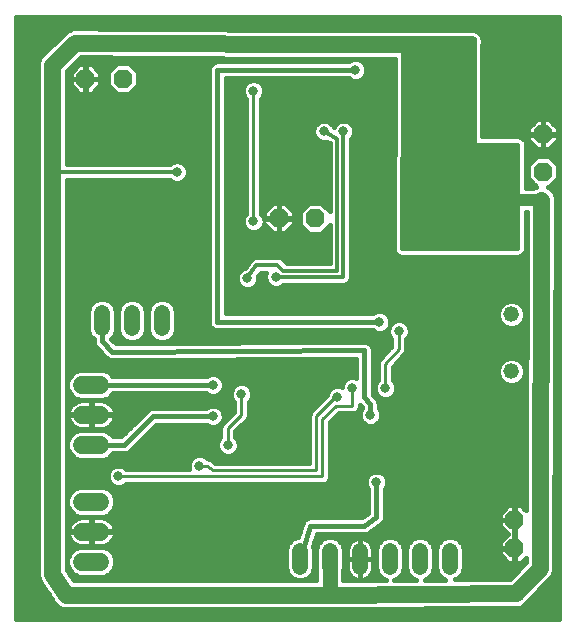
<source format=gbl>
G75*
%MOIN*%
%OFA0B0*%
%FSLAX24Y24*%
%IPPOS*%
%LPD*%
%AMOC8*
5,1,8,0,0,1.08239X$1,22.5*
%
%ADD10OC8,0.0630*%
%ADD11C,0.0520*%
%ADD12C,0.0520*%
%ADD13C,0.0600*%
%ADD14C,0.0160*%
%ADD15C,0.0317*%
%ADD16C,0.0560*%
%ADD17C,0.0120*%
%ADD18C,0.0500*%
%ADD19C,0.0320*%
%ADD20C,0.0400*%
%ADD21C,0.0100*%
D10*
X012610Y016280D03*
X013810Y016280D03*
X007410Y020930D03*
X006160Y020930D03*
X020460Y006230D03*
X020460Y005280D03*
X021410Y017830D03*
X021410Y019080D03*
D11*
X008710Y013140D02*
X008710Y012620D01*
X007710Y012620D02*
X007710Y013140D01*
X006710Y013140D02*
X006710Y012620D01*
X013310Y005190D02*
X013310Y004670D01*
X014310Y004670D02*
X014310Y005190D01*
X015310Y005190D02*
X015310Y004670D01*
X016310Y004670D02*
X016310Y005190D01*
X017310Y005190D02*
X017310Y004670D01*
X018310Y004670D02*
X018310Y005190D01*
D12*
X020360Y011180D03*
X020360Y013080D03*
D13*
X006660Y010730D02*
X006060Y010730D01*
X006060Y009730D02*
X006660Y009730D01*
X006660Y008730D02*
X006060Y008730D01*
X006060Y006830D02*
X006660Y006830D01*
X006660Y005830D02*
X006060Y005830D01*
X006060Y004830D02*
X006660Y004830D01*
D14*
X003847Y002911D02*
X003847Y022984D01*
X021951Y022984D01*
X021951Y002911D01*
X003847Y002911D01*
X003847Y002957D02*
X021951Y002957D01*
X021951Y003115D02*
X003847Y003115D01*
X003847Y003274D02*
X005350Y003274D01*
X005366Y003270D02*
X005414Y003250D01*
X005458Y003250D01*
X005501Y003241D01*
X005553Y003250D01*
X014216Y003250D01*
X014218Y003249D01*
X014311Y003250D01*
X014405Y003250D01*
X014407Y003251D01*
X020423Y003299D01*
X020429Y003297D01*
X020519Y003300D01*
X020609Y003301D01*
X020614Y003303D01*
X020619Y003303D01*
X020702Y003340D01*
X020785Y003375D01*
X020789Y003379D01*
X020794Y003381D01*
X020855Y003447D01*
X020919Y003511D01*
X020921Y003517D01*
X021653Y004295D01*
X021715Y004356D01*
X021719Y004364D01*
X021724Y004371D01*
X021755Y004452D01*
X021789Y004533D01*
X021789Y004541D01*
X021792Y004549D01*
X021790Y004636D01*
X021840Y016974D01*
X021768Y017150D01*
X021633Y017286D01*
X021563Y017315D01*
X021623Y017315D01*
X021925Y017617D01*
X021925Y018043D01*
X021623Y018345D01*
X021196Y018345D01*
X020895Y018043D01*
X020895Y017617D01*
X021184Y017327D01*
X021089Y017288D01*
X021081Y017280D01*
X020840Y017280D01*
X020840Y018786D01*
X020797Y018889D01*
X020718Y018967D01*
X020615Y019010D01*
X019390Y019010D01*
X019390Y022072D01*
X019394Y022082D01*
X019396Y022101D01*
X019402Y022119D01*
X019400Y022152D01*
X019407Y022185D01*
X019403Y022204D01*
X019404Y022222D01*
X019394Y022254D01*
X019392Y022288D01*
X019383Y022305D01*
X019380Y022323D01*
X019361Y022351D01*
X019351Y022383D01*
X019338Y022397D01*
X019330Y022414D01*
X019305Y022436D01*
X019287Y022464D01*
X019271Y022475D01*
X019259Y022489D01*
X019234Y022502D01*
X019218Y022517D01*
X019193Y022528D01*
X019170Y022543D01*
X019142Y022549D01*
X019115Y022560D01*
X019088Y022560D01*
X019061Y022565D01*
X019033Y022560D01*
X013061Y022560D01*
X008707Y022593D01*
X008705Y022594D01*
X008611Y022594D01*
X008517Y022595D01*
X008516Y022594D01*
X008005Y022595D01*
X008005Y022596D01*
X007910Y022596D01*
X007815Y022596D01*
X007814Y022596D01*
X007220Y022596D01*
X007208Y022600D01*
X005907Y022609D01*
X005905Y022610D01*
X005811Y022610D01*
X005717Y022611D01*
X003847Y022611D01*
X003847Y022769D02*
X021951Y022769D01*
X021951Y022611D02*
X005734Y022611D01*
X005717Y022611D02*
X005716Y022610D01*
X005714Y022610D01*
X005627Y022574D01*
X005540Y022539D01*
X005539Y022538D01*
X005538Y022537D01*
X005471Y022471D01*
X005404Y022405D01*
X005404Y022403D01*
X004788Y021787D01*
X004653Y021652D01*
X004580Y021475D01*
X004580Y004482D01*
X004570Y004439D01*
X004580Y004387D01*
X004580Y004335D01*
X004596Y004294D01*
X004604Y004251D01*
X004633Y004207D01*
X004653Y004158D01*
X004684Y004127D01*
X005083Y003507D01*
X005103Y003458D01*
X005134Y003427D01*
X005157Y003390D01*
X005201Y003360D01*
X005238Y003323D01*
X005278Y003306D01*
X005314Y003281D01*
X005366Y003270D01*
X005129Y003432D02*
X003847Y003432D01*
X003847Y003591D02*
X005029Y003591D01*
X004927Y003749D02*
X003847Y003749D01*
X003847Y003908D02*
X004825Y003908D01*
X004723Y004066D02*
X003847Y004066D01*
X003847Y004225D02*
X004621Y004225D01*
X004580Y004383D02*
X003847Y004383D01*
X003847Y004542D02*
X004580Y004542D01*
X004580Y004700D02*
X003847Y004700D01*
X003847Y004859D02*
X004580Y004859D01*
X004580Y005017D02*
X003847Y005017D01*
X003847Y005176D02*
X004580Y005176D01*
X004580Y005334D02*
X003847Y005334D01*
X003847Y005493D02*
X004580Y005493D01*
X004580Y005651D02*
X003847Y005651D01*
X003847Y005810D02*
X004580Y005810D01*
X004580Y005968D02*
X003847Y005968D01*
X003847Y006127D02*
X004580Y006127D01*
X004580Y006285D02*
X003847Y006285D01*
X003847Y006444D02*
X004580Y006444D01*
X004580Y006602D02*
X003847Y006602D01*
X003847Y006761D02*
X004580Y006761D01*
X004580Y006919D02*
X003847Y006919D01*
X003847Y007078D02*
X004580Y007078D01*
X004580Y007236D02*
X003847Y007236D01*
X003847Y007395D02*
X004580Y007395D01*
X004580Y007553D02*
X003847Y007553D01*
X003847Y007712D02*
X004580Y007712D01*
X004580Y007870D02*
X003847Y007870D01*
X003847Y008029D02*
X004580Y008029D01*
X004580Y008187D02*
X003847Y008187D01*
X003847Y008346D02*
X004580Y008346D01*
X004580Y008504D02*
X003847Y008504D01*
X003847Y008663D02*
X004580Y008663D01*
X004580Y008821D02*
X003847Y008821D01*
X003847Y008980D02*
X004580Y008980D01*
X004580Y009138D02*
X003847Y009138D01*
X003847Y009297D02*
X004580Y009297D01*
X004580Y009455D02*
X003847Y009455D01*
X003847Y009614D02*
X004580Y009614D01*
X004580Y009772D02*
X003847Y009772D01*
X003847Y009931D02*
X004580Y009931D01*
X004580Y010089D02*
X003847Y010089D01*
X003847Y010248D02*
X004580Y010248D01*
X004580Y010406D02*
X003847Y010406D01*
X003847Y010565D02*
X004580Y010565D01*
X004580Y010723D02*
X003847Y010723D01*
X003847Y010882D02*
X004580Y010882D01*
X004580Y011040D02*
X003847Y011040D01*
X003847Y011199D02*
X004580Y011199D01*
X004580Y011357D02*
X003847Y011357D01*
X003847Y011516D02*
X004580Y011516D01*
X004580Y011674D02*
X003847Y011674D01*
X003847Y011833D02*
X004580Y011833D01*
X004580Y011991D02*
X003847Y011991D01*
X003847Y012150D02*
X004580Y012150D01*
X004580Y012308D02*
X003847Y012308D01*
X003847Y012467D02*
X004580Y012467D01*
X004580Y012625D02*
X003847Y012625D01*
X003847Y012784D02*
X004580Y012784D01*
X004580Y012942D02*
X003847Y012942D01*
X003847Y013101D02*
X004580Y013101D01*
X004580Y013259D02*
X003847Y013259D01*
X003847Y013418D02*
X004580Y013418D01*
X004580Y013576D02*
X003847Y013576D01*
X003847Y013735D02*
X004580Y013735D01*
X004580Y013893D02*
X003847Y013893D01*
X003847Y014052D02*
X004580Y014052D01*
X004580Y014210D02*
X003847Y014210D01*
X003847Y014369D02*
X004580Y014369D01*
X004580Y014527D02*
X003847Y014527D01*
X003847Y014686D02*
X004580Y014686D01*
X004580Y014844D02*
X003847Y014844D01*
X003847Y015003D02*
X004580Y015003D01*
X004580Y015161D02*
X003847Y015161D01*
X003847Y015320D02*
X004580Y015320D01*
X004580Y015478D02*
X003847Y015478D01*
X003847Y015637D02*
X004580Y015637D01*
X004580Y015795D02*
X003847Y015795D01*
X003847Y015954D02*
X004580Y015954D01*
X004580Y016112D02*
X003847Y016112D01*
X003847Y016271D02*
X004580Y016271D01*
X004580Y016429D02*
X003847Y016429D01*
X003847Y016588D02*
X004580Y016588D01*
X004580Y016746D02*
X003847Y016746D01*
X003847Y016905D02*
X004580Y016905D01*
X004580Y017063D02*
X003847Y017063D01*
X003847Y017222D02*
X004580Y017222D01*
X004580Y017380D02*
X003847Y017380D01*
X003847Y017539D02*
X004580Y017539D01*
X004580Y017697D02*
X003847Y017697D01*
X003847Y017856D02*
X004580Y017856D01*
X004580Y018014D02*
X003847Y018014D01*
X003847Y018173D02*
X004580Y018173D01*
X004580Y018331D02*
X003847Y018331D01*
X003847Y018490D02*
X004580Y018490D01*
X004580Y018648D02*
X003847Y018648D01*
X003847Y018807D02*
X004580Y018807D01*
X004580Y018965D02*
X003847Y018965D01*
X003847Y019124D02*
X004580Y019124D01*
X004580Y019282D02*
X003847Y019282D01*
X003847Y019441D02*
X004580Y019441D01*
X004580Y019599D02*
X003847Y019599D01*
X003847Y019758D02*
X004580Y019758D01*
X004580Y019916D02*
X003847Y019916D01*
X003847Y020075D02*
X004580Y020075D01*
X004580Y020233D02*
X003847Y020233D01*
X003847Y020392D02*
X004580Y020392D01*
X004580Y020550D02*
X003847Y020550D01*
X003847Y020709D02*
X004580Y020709D01*
X004580Y020867D02*
X003847Y020867D01*
X003847Y021026D02*
X004580Y021026D01*
X004580Y021184D02*
X003847Y021184D01*
X003847Y021343D02*
X004580Y021343D01*
X004590Y021501D02*
X003847Y021501D01*
X003847Y021660D02*
X004660Y021660D01*
X004819Y021818D02*
X003847Y021818D01*
X003847Y021977D02*
X004977Y021977D01*
X005136Y022135D02*
X003847Y022135D01*
X003847Y022294D02*
X005294Y022294D01*
X005452Y022452D02*
X003847Y022452D01*
X003847Y022928D02*
X021951Y022928D01*
X021951Y022452D02*
X019295Y022452D01*
X019389Y022294D02*
X021951Y022294D01*
X021951Y022135D02*
X019401Y022135D01*
X019390Y021977D02*
X021951Y021977D01*
X021951Y021818D02*
X019390Y021818D01*
X019390Y021660D02*
X021951Y021660D01*
X021951Y021501D02*
X019390Y021501D01*
X019390Y021343D02*
X021951Y021343D01*
X021951Y021184D02*
X019390Y021184D01*
X019390Y021026D02*
X021951Y021026D01*
X021951Y020867D02*
X019390Y020867D01*
X019390Y020709D02*
X021951Y020709D01*
X021951Y020550D02*
X019390Y020550D01*
X019390Y020392D02*
X021951Y020392D01*
X021951Y020233D02*
X019390Y020233D01*
X019390Y020075D02*
X021951Y020075D01*
X021951Y019916D02*
X019390Y019916D01*
X019390Y019758D02*
X021951Y019758D01*
X021951Y019599D02*
X019390Y019599D01*
X019390Y019441D02*
X021070Y019441D01*
X021204Y019575D02*
X020915Y019285D01*
X020915Y019090D01*
X021400Y019090D01*
X021400Y019575D01*
X021204Y019575D01*
X021420Y019575D02*
X021615Y019575D01*
X021905Y019285D01*
X021905Y019090D01*
X021420Y019090D01*
X021420Y019070D01*
X021905Y019070D01*
X021905Y018875D01*
X021615Y018585D01*
X021420Y018585D01*
X021420Y019070D01*
X021400Y019070D01*
X021400Y018585D01*
X021204Y018585D01*
X020915Y018875D01*
X020915Y019070D01*
X021400Y019070D01*
X021400Y019090D01*
X021420Y019090D01*
X021420Y019575D01*
X021420Y019441D02*
X021400Y019441D01*
X021400Y019282D02*
X021420Y019282D01*
X021420Y019124D02*
X021400Y019124D01*
X021400Y018965D02*
X021420Y018965D01*
X021420Y018807D02*
X021400Y018807D01*
X021400Y018648D02*
X021420Y018648D01*
X021678Y018648D02*
X021951Y018648D01*
X021951Y018490D02*
X020840Y018490D01*
X020840Y018648D02*
X021141Y018648D01*
X020983Y018807D02*
X020831Y018807D01*
X020915Y018965D02*
X020720Y018965D01*
X020915Y019124D02*
X019390Y019124D01*
X019390Y019282D02*
X020915Y019282D01*
X020560Y018730D02*
X020560Y015280D01*
X016710Y015280D01*
X016760Y021330D01*
X016760Y022280D01*
X019060Y022280D01*
X019084Y022264D01*
X019103Y022242D01*
X019116Y022215D01*
X019121Y022187D01*
X019119Y022158D01*
X019110Y022130D01*
X019110Y018730D01*
X020560Y018730D01*
X020560Y018648D02*
X016737Y018648D01*
X016736Y018490D02*
X020560Y018490D01*
X020560Y018331D02*
X016735Y018331D01*
X016733Y018173D02*
X020560Y018173D01*
X020560Y018014D02*
X016732Y018014D01*
X016731Y017856D02*
X020560Y017856D01*
X020560Y017697D02*
X016729Y017697D01*
X016728Y017539D02*
X020560Y017539D01*
X020560Y017380D02*
X016727Y017380D01*
X016726Y017222D02*
X020560Y017222D01*
X020560Y017063D02*
X016724Y017063D01*
X016723Y016905D02*
X020560Y016905D01*
X020560Y016746D02*
X016722Y016746D01*
X016720Y016588D02*
X020560Y016588D01*
X020560Y016429D02*
X016719Y016429D01*
X016718Y016271D02*
X020560Y016271D01*
X020560Y016112D02*
X016716Y016112D01*
X016715Y015954D02*
X020560Y015954D01*
X020560Y015795D02*
X016714Y015795D01*
X016712Y015637D02*
X020560Y015637D01*
X020560Y015478D02*
X016711Y015478D01*
X016710Y015320D02*
X020560Y015320D01*
X020840Y015320D02*
X020873Y015320D01*
X020840Y015224D02*
X020840Y016480D01*
X020878Y016480D01*
X020837Y006552D01*
X020665Y006725D01*
X020470Y006725D01*
X020470Y006240D01*
X020450Y006240D01*
X020450Y006725D01*
X020254Y006725D01*
X019965Y006435D01*
X019965Y006240D01*
X020450Y006240D01*
X020450Y006220D01*
X020470Y006220D01*
X020470Y005735D01*
X020470Y005290D01*
X020450Y005290D01*
X020450Y006220D01*
X019965Y006220D01*
X019965Y006025D01*
X020234Y005755D01*
X019965Y005485D01*
X019965Y005290D01*
X020450Y005290D01*
X020450Y005270D01*
X020470Y005270D01*
X020470Y004785D01*
X020665Y004785D01*
X020831Y004951D01*
X020830Y004821D01*
X020301Y004258D01*
X018482Y004244D01*
X018570Y004280D01*
X018699Y004409D01*
X018770Y004578D01*
X018770Y005281D01*
X018699Y005451D01*
X018570Y005580D01*
X018401Y005650D01*
X018218Y005650D01*
X018049Y005580D01*
X017920Y005451D01*
X017850Y005281D01*
X017850Y004578D01*
X017920Y004409D01*
X018049Y004280D01*
X018143Y004241D01*
X017462Y004235D01*
X017570Y004280D01*
X017699Y004409D01*
X017770Y004578D01*
X017770Y005281D01*
X017699Y005451D01*
X017570Y005580D01*
X017401Y005650D01*
X017218Y005650D01*
X017049Y005580D01*
X016920Y005451D01*
X016850Y005281D01*
X016850Y004578D01*
X016920Y004409D01*
X017049Y004280D01*
X017162Y004233D01*
X016443Y004227D01*
X016570Y004280D01*
X016699Y004409D01*
X016770Y004578D01*
X016770Y005281D01*
X016699Y005451D01*
X016570Y005580D01*
X016401Y005650D01*
X016218Y005650D01*
X016049Y005580D01*
X015920Y005451D01*
X015850Y005281D01*
X015850Y004578D01*
X015920Y004409D01*
X016049Y004280D01*
X016182Y004225D01*
X014760Y004214D01*
X014760Y004554D01*
X014770Y004578D01*
X014770Y005281D01*
X014699Y005451D01*
X014570Y005580D01*
X014401Y005650D01*
X014218Y005650D01*
X014049Y005580D01*
X013920Y005451D01*
X013850Y005281D01*
X013850Y004578D01*
X013860Y004554D01*
X013860Y004210D01*
X005772Y004210D01*
X005540Y004571D01*
X005540Y017570D01*
X008963Y017570D01*
X009006Y017526D01*
X009138Y017472D01*
X009281Y017472D01*
X009413Y017526D01*
X009513Y017627D01*
X009568Y017759D01*
X009568Y017901D01*
X009513Y018033D01*
X009413Y018134D01*
X009281Y018188D01*
X009138Y018188D01*
X009006Y018134D01*
X008963Y018090D01*
X005540Y018090D01*
X005540Y021181D01*
X006007Y021649D01*
X007004Y021642D01*
X007019Y021636D01*
X007909Y021636D01*
X008607Y021634D01*
X012962Y021601D01*
X012964Y021600D01*
X013058Y021600D01*
X013151Y021599D01*
X013153Y021600D01*
X016480Y021600D01*
X016480Y021331D01*
X016430Y015337D01*
X016430Y015336D01*
X016430Y015281D01*
X016429Y015227D01*
X016430Y015226D01*
X016430Y015224D01*
X016450Y015174D01*
X016471Y015123D01*
X016472Y015123D01*
X016472Y015121D01*
X016511Y015083D01*
X016549Y015044D01*
X016550Y015043D01*
X016551Y015043D01*
X016601Y015022D01*
X016652Y015000D01*
X016653Y015000D01*
X016654Y015000D01*
X016708Y015000D01*
X016763Y015000D01*
X016764Y015000D01*
X020615Y015000D01*
X020718Y015043D01*
X020797Y015121D01*
X020840Y015224D01*
X020813Y015161D02*
X020872Y015161D01*
X020872Y015003D02*
X020621Y015003D01*
X020871Y014844D02*
X015020Y014844D01*
X015020Y014686D02*
X020871Y014686D01*
X020870Y014527D02*
X015020Y014527D01*
X015020Y014369D02*
X020869Y014369D01*
X020869Y014210D02*
X014991Y014210D01*
X014980Y014183D02*
X015020Y014278D01*
X015020Y018933D01*
X015063Y018977D01*
X015118Y019109D01*
X015118Y019251D01*
X015063Y019383D01*
X014963Y019484D01*
X014831Y019538D01*
X014688Y019538D01*
X014556Y019484D01*
X014456Y019383D01*
X014435Y019332D01*
X014413Y019383D01*
X014313Y019484D01*
X014181Y019538D01*
X014038Y019538D01*
X013906Y019484D01*
X013806Y019383D01*
X013751Y019251D01*
X013751Y019109D01*
X013806Y018977D01*
X013906Y018876D01*
X014038Y018822D01*
X014181Y018822D01*
X014203Y018831D01*
X014300Y018777D01*
X014300Y016518D01*
X014023Y016795D01*
X013596Y016795D01*
X013295Y016493D01*
X013295Y016067D01*
X013596Y015765D01*
X014023Y015765D01*
X014300Y016042D01*
X014300Y014790D01*
X012867Y014790D01*
X012707Y014950D01*
X012611Y014990D01*
X011885Y014990D01*
X011859Y014995D01*
X011834Y014990D01*
X011808Y014990D01*
X011784Y014980D01*
X011758Y014975D01*
X011736Y014960D01*
X011712Y014950D01*
X011694Y014932D01*
X011672Y014917D01*
X011657Y014896D01*
X011639Y014877D01*
X011629Y014853D01*
X011485Y014637D01*
X011356Y014584D01*
X011256Y014483D01*
X011201Y014351D01*
X011201Y014209D01*
X011256Y014077D01*
X011356Y013976D01*
X011488Y013922D01*
X011631Y013922D01*
X011763Y013976D01*
X011863Y014077D01*
X011918Y014209D01*
X011918Y014349D01*
X011999Y014470D01*
X012180Y014470D01*
X012151Y014401D01*
X012151Y014259D01*
X012206Y014127D01*
X012306Y014026D01*
X012438Y013972D01*
X012581Y013972D01*
X012713Y014026D01*
X012756Y014070D01*
X014811Y014070D01*
X014907Y014110D01*
X014980Y014183D01*
X015020Y015003D02*
X016647Y015003D01*
X016456Y015161D02*
X015020Y015161D01*
X015020Y015320D02*
X016430Y015320D01*
X016431Y015478D02*
X015020Y015478D01*
X015020Y015637D02*
X016432Y015637D01*
X016434Y015795D02*
X015020Y015795D01*
X015020Y015954D02*
X016435Y015954D01*
X016436Y016112D02*
X015020Y016112D01*
X015020Y016271D02*
X016438Y016271D01*
X016439Y016429D02*
X015020Y016429D01*
X015020Y016588D02*
X016440Y016588D01*
X016442Y016746D02*
X015020Y016746D01*
X015020Y016905D02*
X016443Y016905D01*
X016444Y017063D02*
X015020Y017063D01*
X015020Y017222D02*
X016446Y017222D01*
X016447Y017380D02*
X015020Y017380D01*
X015020Y017539D02*
X016448Y017539D01*
X016449Y017697D02*
X015020Y017697D01*
X015020Y017856D02*
X016451Y017856D01*
X016452Y018014D02*
X015020Y018014D01*
X015020Y018173D02*
X016453Y018173D01*
X016455Y018331D02*
X015020Y018331D01*
X015020Y018490D02*
X016456Y018490D01*
X016457Y018648D02*
X015020Y018648D01*
X015020Y018807D02*
X016459Y018807D01*
X016460Y018965D02*
X015051Y018965D01*
X015118Y019124D02*
X016461Y019124D01*
X016463Y019282D02*
X015105Y019282D01*
X015006Y019441D02*
X016464Y019441D01*
X016465Y019599D02*
X012010Y019599D01*
X012010Y019441D02*
X013863Y019441D01*
X013764Y019282D02*
X012010Y019282D01*
X012010Y019124D02*
X013751Y019124D01*
X013818Y018965D02*
X012010Y018965D01*
X012010Y018807D02*
X014246Y018807D01*
X014300Y018648D02*
X012010Y018648D01*
X012010Y018490D02*
X014300Y018490D01*
X014300Y018331D02*
X012010Y018331D01*
X012010Y018173D02*
X014300Y018173D01*
X014300Y018014D02*
X012010Y018014D01*
X012010Y017856D02*
X014300Y017856D01*
X014300Y017697D02*
X012010Y017697D01*
X012010Y017539D02*
X014300Y017539D01*
X014300Y017380D02*
X012010Y017380D01*
X012010Y017222D02*
X014300Y017222D01*
X014300Y017063D02*
X012010Y017063D01*
X012010Y016905D02*
X014300Y016905D01*
X014300Y016746D02*
X014072Y016746D01*
X014230Y016588D02*
X014300Y016588D01*
X014300Y015954D02*
X014211Y015954D01*
X014300Y015795D02*
X014053Y015795D01*
X014300Y015637D02*
X010840Y015637D01*
X010840Y015795D02*
X012394Y015795D01*
X012404Y015785D02*
X012600Y015785D01*
X012600Y016270D01*
X012620Y016270D01*
X012620Y016290D01*
X013105Y016290D01*
X013105Y016485D01*
X012815Y016775D01*
X012620Y016775D01*
X012620Y016290D01*
X012600Y016290D01*
X012600Y016775D01*
X012404Y016775D01*
X012115Y016485D01*
X012115Y016290D01*
X012600Y016290D01*
X012600Y016270D01*
X012115Y016270D01*
X012115Y016260D01*
X012063Y016383D01*
X012010Y016437D01*
X012010Y020273D01*
X012063Y020327D01*
X012118Y020459D01*
X012118Y020601D01*
X012063Y020733D01*
X011963Y020834D01*
X011831Y020888D01*
X011688Y020888D01*
X011556Y020834D01*
X011456Y020733D01*
X011401Y020601D01*
X011401Y020459D01*
X011456Y020327D01*
X011510Y020273D01*
X011510Y016437D01*
X011456Y016383D01*
X011401Y016251D01*
X011401Y016109D01*
X011456Y015977D01*
X011556Y015876D01*
X011688Y015822D01*
X011831Y015822D01*
X011963Y015876D01*
X012063Y015977D01*
X012115Y016100D01*
X012115Y016075D01*
X012404Y015785D01*
X012600Y015795D02*
X012620Y015795D01*
X012620Y015785D02*
X012815Y015785D01*
X013105Y016075D01*
X013105Y016270D01*
X012620Y016270D01*
X012620Y015785D01*
X012620Y015954D02*
X012600Y015954D01*
X012600Y016112D02*
X012620Y016112D01*
X012620Y016271D02*
X013295Y016271D01*
X013295Y016429D02*
X013105Y016429D01*
X013002Y016588D02*
X013389Y016588D01*
X013547Y016746D02*
X012844Y016746D01*
X012620Y016746D02*
X012600Y016746D01*
X012600Y016588D02*
X012620Y016588D01*
X012620Y016429D02*
X012600Y016429D01*
X012600Y016271D02*
X012110Y016271D01*
X012115Y016429D02*
X012017Y016429D01*
X012010Y016588D02*
X012217Y016588D01*
X012376Y016746D02*
X012010Y016746D01*
X011510Y016746D02*
X010840Y016746D01*
X010840Y016588D02*
X011510Y016588D01*
X011502Y016429D02*
X010840Y016429D01*
X010840Y016271D02*
X011409Y016271D01*
X011401Y016112D02*
X010840Y016112D01*
X010840Y015954D02*
X011479Y015954D01*
X012040Y015954D02*
X012236Y015954D01*
X012825Y015795D02*
X013566Y015795D01*
X013408Y015954D02*
X012983Y015954D01*
X013105Y016112D02*
X013295Y016112D01*
X014300Y015478D02*
X010840Y015478D01*
X010840Y015320D02*
X014300Y015320D01*
X014300Y015161D02*
X010840Y015161D01*
X010840Y015003D02*
X014300Y015003D01*
X014300Y014844D02*
X012813Y014844D01*
X012151Y014369D02*
X011931Y014369D01*
X011918Y014210D02*
X012171Y014210D01*
X012281Y014052D02*
X011838Y014052D01*
X011281Y014052D02*
X010840Y014052D01*
X010840Y014210D02*
X011201Y014210D01*
X011208Y014369D02*
X010840Y014369D01*
X010840Y014527D02*
X011300Y014527D01*
X011517Y014686D02*
X010840Y014686D01*
X010840Y014844D02*
X011623Y014844D01*
X010840Y013893D02*
X020867Y013893D01*
X020867Y013735D02*
X010840Y013735D01*
X010840Y013576D02*
X020866Y013576D01*
X020865Y013418D02*
X020673Y013418D01*
X020620Y013470D02*
X020451Y013540D01*
X020268Y013540D01*
X020099Y013470D01*
X019970Y013341D01*
X019900Y013171D01*
X019900Y012988D01*
X019970Y012819D01*
X020099Y012690D01*
X020268Y012620D01*
X020451Y012620D01*
X020620Y012690D01*
X020749Y012819D01*
X020820Y012988D01*
X020820Y013171D01*
X020749Y013341D01*
X020620Y013470D01*
X020783Y013259D02*
X020865Y013259D01*
X020864Y013101D02*
X020820Y013101D01*
X020800Y012942D02*
X020863Y012942D01*
X020863Y012784D02*
X020714Y012784D01*
X020862Y012625D02*
X020463Y012625D01*
X020256Y012625D02*
X016958Y012625D01*
X016968Y012601D02*
X016913Y012733D01*
X016813Y012834D01*
X016681Y012888D01*
X016538Y012888D01*
X016406Y012834D01*
X016308Y012736D01*
X016318Y012759D01*
X016318Y012901D01*
X016263Y013033D01*
X016163Y013134D01*
X016031Y013188D01*
X015888Y013188D01*
X015756Y013134D01*
X015733Y013110D01*
X010840Y013110D01*
X010840Y020950D01*
X014933Y020950D01*
X014956Y020926D01*
X015088Y020872D01*
X015231Y020872D01*
X015363Y020926D01*
X015463Y021027D01*
X015518Y021159D01*
X015518Y021301D01*
X015463Y021433D01*
X015363Y021534D01*
X015231Y021588D01*
X015088Y021588D01*
X014956Y021534D01*
X014933Y021510D01*
X010504Y021510D01*
X010401Y021467D01*
X010322Y021389D01*
X010280Y021286D01*
X010280Y012774D01*
X010322Y012671D01*
X010401Y012593D01*
X010504Y012550D01*
X015733Y012550D01*
X015756Y012526D01*
X015888Y012472D01*
X016031Y012472D01*
X016163Y012526D01*
X016261Y012624D01*
X016251Y012601D01*
X016251Y012459D01*
X016306Y012327D01*
X016360Y012273D01*
X016360Y012026D01*
X015978Y011602D01*
X015948Y011572D01*
X015945Y011565D01*
X015940Y011560D01*
X015926Y011520D01*
X015910Y011480D01*
X015910Y011473D01*
X015907Y011467D01*
X015910Y011423D01*
X015910Y010887D01*
X015856Y010833D01*
X015801Y010701D01*
X015801Y010559D01*
X015856Y010427D01*
X015956Y010326D01*
X016088Y010272D01*
X016231Y010272D01*
X016363Y010326D01*
X016463Y010427D01*
X016518Y010559D01*
X016518Y010701D01*
X016463Y010833D01*
X016410Y010887D01*
X016410Y011334D01*
X016791Y011758D01*
X016821Y011788D01*
X016824Y011795D01*
X016829Y011800D01*
X016843Y011840D01*
X016860Y011880D01*
X016860Y011887D01*
X016862Y011893D01*
X016860Y011937D01*
X016860Y012273D01*
X016913Y012327D01*
X016968Y012459D01*
X016968Y012601D01*
X016968Y012467D02*
X020861Y012467D01*
X020861Y012308D02*
X016894Y012308D01*
X016860Y012150D02*
X020860Y012150D01*
X020860Y011991D02*
X016860Y011991D01*
X016840Y011833D02*
X020859Y011833D01*
X020858Y011674D02*
X016715Y011674D01*
X016573Y011516D02*
X020044Y011516D01*
X020099Y011570D02*
X019970Y011441D01*
X019900Y011271D01*
X019900Y011088D01*
X019970Y010919D01*
X020099Y010790D01*
X020268Y010720D01*
X020451Y010720D01*
X020620Y010790D01*
X020749Y010919D01*
X020820Y011088D01*
X020820Y011271D01*
X020749Y011441D01*
X020620Y011570D01*
X020451Y011640D01*
X020268Y011640D01*
X020099Y011570D01*
X019935Y011357D02*
X016430Y011357D01*
X016410Y011199D02*
X019900Y011199D01*
X019920Y011040D02*
X016410Y011040D01*
X016415Y010882D02*
X020007Y010882D01*
X020261Y010723D02*
X016509Y010723D01*
X016518Y010565D02*
X020854Y010565D01*
X020854Y010723D02*
X020458Y010723D01*
X020712Y010882D02*
X020855Y010882D01*
X020856Y011040D02*
X020799Y011040D01*
X020820Y011199D02*
X020856Y011199D01*
X020857Y011357D02*
X020784Y011357D01*
X020858Y011516D02*
X020675Y011516D01*
X021818Y011516D02*
X021951Y011516D01*
X021951Y011674D02*
X021818Y011674D01*
X021819Y011833D02*
X021951Y011833D01*
X021951Y011991D02*
X021820Y011991D01*
X021820Y012150D02*
X021951Y012150D01*
X021951Y012308D02*
X021821Y012308D01*
X021822Y012467D02*
X021951Y012467D01*
X021951Y012625D02*
X021822Y012625D01*
X021823Y012784D02*
X021951Y012784D01*
X021951Y012942D02*
X021823Y012942D01*
X021824Y013101D02*
X021951Y013101D01*
X021951Y013259D02*
X021825Y013259D01*
X021825Y013418D02*
X021951Y013418D01*
X021951Y013576D02*
X021826Y013576D01*
X021827Y013735D02*
X021951Y013735D01*
X021951Y013893D02*
X021827Y013893D01*
X021828Y014052D02*
X021951Y014052D01*
X021951Y014210D02*
X021829Y014210D01*
X021829Y014369D02*
X021951Y014369D01*
X021951Y014527D02*
X021830Y014527D01*
X021831Y014686D02*
X021951Y014686D01*
X021951Y014844D02*
X021831Y014844D01*
X021832Y015003D02*
X021951Y015003D01*
X021951Y015161D02*
X021833Y015161D01*
X021833Y015320D02*
X021951Y015320D01*
X021951Y015478D02*
X021834Y015478D01*
X021834Y015637D02*
X021951Y015637D01*
X021951Y015795D02*
X021835Y015795D01*
X021836Y015954D02*
X021951Y015954D01*
X021951Y016112D02*
X021836Y016112D01*
X021837Y016271D02*
X021951Y016271D01*
X021951Y016429D02*
X021838Y016429D01*
X021838Y016588D02*
X021951Y016588D01*
X021951Y016746D02*
X021839Y016746D01*
X021840Y016905D02*
X021951Y016905D01*
X021951Y017063D02*
X021803Y017063D01*
X021697Y017222D02*
X021951Y017222D01*
X021951Y017380D02*
X021688Y017380D01*
X021846Y017539D02*
X021951Y017539D01*
X021951Y017697D02*
X021925Y017697D01*
X021925Y017856D02*
X021951Y017856D01*
X021951Y018014D02*
X021925Y018014D01*
X021951Y018173D02*
X021795Y018173D01*
X021951Y018331D02*
X021637Y018331D01*
X021182Y018331D02*
X020840Y018331D01*
X020840Y018173D02*
X021024Y018173D01*
X020895Y018014D02*
X020840Y018014D01*
X020840Y017856D02*
X020895Y017856D01*
X020895Y017697D02*
X020840Y017697D01*
X020840Y017539D02*
X020973Y017539D01*
X020840Y017380D02*
X021131Y017380D01*
X020878Y016429D02*
X020840Y016429D01*
X020840Y016271D02*
X020877Y016271D01*
X020876Y016112D02*
X020840Y016112D01*
X020840Y015954D02*
X020876Y015954D01*
X020875Y015795D02*
X020840Y015795D01*
X020840Y015637D02*
X020874Y015637D01*
X020874Y015478D02*
X020840Y015478D01*
X020868Y014052D02*
X012738Y014052D01*
X010840Y013418D02*
X020046Y013418D01*
X019936Y013259D02*
X010840Y013259D01*
X010560Y012830D02*
X010560Y021230D01*
X015160Y021230D01*
X015501Y021343D02*
X016480Y021343D01*
X016480Y021501D02*
X015395Y021501D01*
X015518Y021184D02*
X016478Y021184D01*
X016477Y021026D02*
X015462Y021026D01*
X016476Y020867D02*
X011882Y020867D01*
X011637Y020867D02*
X010840Y020867D01*
X010840Y020709D02*
X011446Y020709D01*
X011401Y020550D02*
X010840Y020550D01*
X010840Y020392D02*
X011429Y020392D01*
X011510Y020233D02*
X010840Y020233D01*
X010840Y020075D02*
X011510Y020075D01*
X011510Y019916D02*
X010840Y019916D01*
X010840Y019758D02*
X011510Y019758D01*
X011510Y019599D02*
X010840Y019599D01*
X010840Y019441D02*
X011510Y019441D01*
X011510Y019282D02*
X010840Y019282D01*
X010840Y019124D02*
X011510Y019124D01*
X011510Y018965D02*
X010840Y018965D01*
X010840Y018807D02*
X011510Y018807D01*
X011510Y018648D02*
X010840Y018648D01*
X010840Y018490D02*
X011510Y018490D01*
X011510Y018331D02*
X010840Y018331D01*
X010840Y018173D02*
X011510Y018173D01*
X011510Y018014D02*
X010840Y018014D01*
X010840Y017856D02*
X011510Y017856D01*
X011510Y017697D02*
X010840Y017697D01*
X010840Y017539D02*
X011510Y017539D01*
X011510Y017380D02*
X010840Y017380D01*
X010840Y017222D02*
X011510Y017222D01*
X011510Y017063D02*
X010840Y017063D01*
X010840Y016905D02*
X011510Y016905D01*
X010280Y016905D02*
X005540Y016905D01*
X005540Y017063D02*
X010280Y017063D01*
X010280Y017222D02*
X005540Y017222D01*
X005540Y017380D02*
X010280Y017380D01*
X010280Y017539D02*
X009425Y017539D01*
X009542Y017697D02*
X010280Y017697D01*
X010280Y017856D02*
X009568Y017856D01*
X009521Y018014D02*
X010280Y018014D01*
X010280Y018173D02*
X009319Y018173D01*
X009100Y018173D02*
X005540Y018173D01*
X005540Y018331D02*
X010280Y018331D01*
X010280Y018490D02*
X005540Y018490D01*
X005540Y018648D02*
X010280Y018648D01*
X010280Y018807D02*
X005540Y018807D01*
X005540Y018965D02*
X010280Y018965D01*
X010280Y019124D02*
X005540Y019124D01*
X005540Y019282D02*
X010280Y019282D01*
X010280Y019441D02*
X005540Y019441D01*
X005540Y019599D02*
X010280Y019599D01*
X010280Y019758D02*
X005540Y019758D01*
X005540Y019916D02*
X010280Y019916D01*
X010280Y020075D02*
X005540Y020075D01*
X005540Y020233D02*
X010280Y020233D01*
X010280Y020392D02*
X005540Y020392D01*
X005540Y020550D02*
X005839Y020550D01*
X005954Y020435D02*
X006150Y020435D01*
X006150Y020920D01*
X006170Y020920D01*
X006170Y020940D01*
X006655Y020940D01*
X006655Y021135D01*
X006365Y021425D01*
X006170Y021425D01*
X006170Y020940D01*
X006150Y020940D01*
X006150Y021425D01*
X005954Y021425D01*
X005665Y021135D01*
X005665Y020940D01*
X006150Y020940D01*
X006150Y020920D01*
X005665Y020920D01*
X005665Y020725D01*
X005954Y020435D01*
X006170Y020435D02*
X006365Y020435D01*
X006655Y020725D01*
X006655Y020920D01*
X006170Y020920D01*
X006170Y020435D01*
X006170Y020550D02*
X006150Y020550D01*
X006150Y020709D02*
X006170Y020709D01*
X006170Y020867D02*
X006150Y020867D01*
X006150Y021026D02*
X006170Y021026D01*
X006170Y021184D02*
X006150Y021184D01*
X006150Y021343D02*
X006170Y021343D01*
X006447Y021343D02*
X007094Y021343D01*
X007196Y021445D02*
X006895Y021143D01*
X006895Y020717D01*
X007196Y020415D01*
X007623Y020415D01*
X007925Y020717D01*
X007925Y021143D01*
X007623Y021445D01*
X007196Y021445D01*
X006935Y021184D02*
X006606Y021184D01*
X006655Y021026D02*
X006895Y021026D01*
X006895Y020867D02*
X006655Y020867D01*
X006638Y020709D02*
X006903Y020709D01*
X007061Y020550D02*
X006480Y020550D01*
X005681Y020709D02*
X005540Y020709D01*
X005540Y020867D02*
X005665Y020867D01*
X005665Y021026D02*
X005540Y021026D01*
X005542Y021184D02*
X005714Y021184D01*
X005701Y021343D02*
X005872Y021343D01*
X005859Y021501D02*
X010482Y021501D01*
X010303Y021343D02*
X007725Y021343D01*
X007884Y021184D02*
X010280Y021184D01*
X010280Y021026D02*
X007925Y021026D01*
X007925Y020867D02*
X010280Y020867D01*
X010280Y020709D02*
X007916Y020709D01*
X007758Y020550D02*
X010280Y020550D01*
X012010Y020233D02*
X016470Y020233D01*
X016469Y020075D02*
X012010Y020075D01*
X012010Y019916D02*
X016468Y019916D01*
X016467Y019758D02*
X012010Y019758D01*
X012090Y020392D02*
X016472Y020392D01*
X016473Y020550D02*
X012118Y020550D01*
X012074Y020709D02*
X016474Y020709D01*
X016754Y020709D02*
X019110Y020709D01*
X019110Y020867D02*
X016756Y020867D01*
X016757Y021026D02*
X019110Y021026D01*
X019110Y021184D02*
X016758Y021184D01*
X016760Y021343D02*
X019110Y021343D01*
X019110Y021501D02*
X016760Y021501D01*
X016760Y021660D02*
X019110Y021660D01*
X019110Y021818D02*
X016760Y021818D01*
X016760Y021977D02*
X019110Y021977D01*
X019111Y022135D02*
X016760Y022135D01*
X016753Y020550D02*
X019110Y020550D01*
X019110Y020392D02*
X016752Y020392D01*
X016750Y020233D02*
X019110Y020233D01*
X019110Y020075D02*
X016749Y020075D01*
X016748Y019916D02*
X019110Y019916D01*
X019110Y019758D02*
X016747Y019758D01*
X016745Y019599D02*
X019110Y019599D01*
X019110Y019441D02*
X016744Y019441D01*
X016743Y019282D02*
X019110Y019282D01*
X019110Y019124D02*
X016741Y019124D01*
X016740Y018965D02*
X019110Y018965D01*
X019110Y018807D02*
X016739Y018807D01*
X014513Y019441D02*
X014356Y019441D01*
X010280Y016746D02*
X005540Y016746D01*
X005540Y016588D02*
X010280Y016588D01*
X010280Y016429D02*
X005540Y016429D01*
X005540Y016271D02*
X010280Y016271D01*
X010280Y016112D02*
X005540Y016112D01*
X005540Y015954D02*
X010280Y015954D01*
X010280Y015795D02*
X005540Y015795D01*
X005540Y015637D02*
X010280Y015637D01*
X010280Y015478D02*
X005540Y015478D01*
X005540Y015320D02*
X010280Y015320D01*
X010280Y015161D02*
X005540Y015161D01*
X005540Y015003D02*
X010280Y015003D01*
X010280Y014844D02*
X005540Y014844D01*
X005540Y014686D02*
X010280Y014686D01*
X010280Y014527D02*
X005540Y014527D01*
X005540Y014369D02*
X010280Y014369D01*
X010280Y014210D02*
X005540Y014210D01*
X005540Y014052D02*
X010280Y014052D01*
X010280Y013893D02*
X005540Y013893D01*
X005540Y013735D02*
X010280Y013735D01*
X010280Y013576D02*
X008859Y013576D01*
X008801Y013600D02*
X008618Y013600D01*
X008449Y013530D01*
X008320Y013401D01*
X008250Y013231D01*
X008250Y012528D01*
X008320Y012359D01*
X008449Y012230D01*
X008618Y012160D01*
X008801Y012160D01*
X008970Y012230D01*
X009099Y012359D01*
X009170Y012528D01*
X009170Y013231D01*
X009099Y013401D01*
X008970Y013530D01*
X008801Y013600D01*
X008560Y013576D02*
X007859Y013576D01*
X007801Y013600D02*
X007618Y013600D01*
X007449Y013530D01*
X007320Y013401D01*
X007250Y013231D01*
X007250Y012528D01*
X007320Y012359D01*
X007449Y012230D01*
X007618Y012160D01*
X007801Y012160D01*
X007970Y012230D01*
X008099Y012359D01*
X008170Y012528D01*
X008170Y013231D01*
X008099Y013401D01*
X007970Y013530D01*
X007801Y013600D01*
X007560Y013576D02*
X006859Y013576D01*
X006801Y013600D02*
X006618Y013600D01*
X006449Y013530D01*
X006320Y013401D01*
X006250Y013231D01*
X006250Y012528D01*
X006320Y012359D01*
X006430Y012249D01*
X006430Y012124D01*
X006472Y012021D01*
X006823Y011671D01*
X006823Y011670D01*
X006862Y011631D01*
X006901Y011593D01*
X006902Y011592D01*
X006902Y011592D01*
X006953Y011571D01*
X007004Y011550D01*
X007005Y011550D01*
X007005Y011550D01*
X007060Y011550D01*
X007115Y011550D01*
X007116Y011550D01*
X015180Y011598D01*
X015180Y010968D01*
X015131Y010988D01*
X014988Y010988D01*
X014856Y010934D01*
X014756Y010833D01*
X014701Y010701D01*
X014701Y010659D01*
X014631Y010688D01*
X014488Y010688D01*
X014356Y010634D01*
X014256Y010533D01*
X014201Y010401D01*
X014201Y010375D01*
X013718Y009892D01*
X013648Y009822D01*
X013610Y009730D01*
X013610Y008130D01*
X010493Y008130D01*
X010374Y008219D01*
X010351Y008242D01*
X010334Y008249D01*
X010320Y008260D01*
X010289Y008268D01*
X010259Y008280D01*
X010241Y008280D01*
X010223Y008285D01*
X010213Y008283D01*
X010163Y008334D01*
X010031Y008388D01*
X009888Y008388D01*
X009756Y008334D01*
X009656Y008233D01*
X009601Y008101D01*
X009601Y007959D01*
X009613Y007930D01*
X007516Y007930D01*
X007463Y007984D01*
X007331Y008038D01*
X007188Y008038D01*
X007056Y007984D01*
X006956Y007883D01*
X006901Y007751D01*
X006901Y007609D01*
X006956Y007477D01*
X007056Y007376D01*
X007188Y007322D01*
X007331Y007322D01*
X007463Y007376D01*
X007516Y007430D01*
X014109Y007430D01*
X014201Y007468D01*
X014271Y007538D01*
X014310Y007630D01*
X014310Y009476D01*
X014613Y009780D01*
X015109Y009780D01*
X015201Y009818D01*
X015271Y009888D01*
X015310Y009980D01*
X015310Y010069D01*
X015380Y009982D01*
X015380Y009957D01*
X015356Y009933D01*
X015301Y009801D01*
X015301Y009659D01*
X015356Y009527D01*
X015456Y009426D01*
X015588Y009372D01*
X015731Y009372D01*
X015863Y009426D01*
X015963Y009527D01*
X016018Y009659D01*
X016018Y009801D01*
X015963Y009933D01*
X015940Y009957D01*
X015940Y010064D01*
X015944Y010104D01*
X015940Y010120D01*
X015940Y010136D01*
X015924Y010173D01*
X015913Y010211D01*
X015903Y010224D01*
X015897Y010239D01*
X015868Y010267D01*
X015740Y010428D01*
X015740Y011825D01*
X015740Y011826D01*
X015740Y011881D01*
X015740Y011936D01*
X015739Y011936D01*
X015739Y011937D01*
X015718Y011988D01*
X015697Y012039D01*
X015696Y012039D01*
X015696Y012040D01*
X015657Y012079D01*
X015618Y012117D01*
X015617Y012118D01*
X015566Y012139D01*
X015515Y012160D01*
X015514Y012160D01*
X015514Y012160D01*
X015459Y012160D01*
X015404Y012160D01*
X015403Y012160D01*
X007175Y012111D01*
X007013Y012273D01*
X007099Y012359D01*
X007170Y012528D01*
X007170Y013231D01*
X007099Y013401D01*
X006970Y013530D01*
X006801Y013600D01*
X006560Y013576D02*
X005540Y013576D01*
X005540Y013418D02*
X006336Y013418D01*
X006261Y013259D02*
X005540Y013259D01*
X005540Y013101D02*
X006250Y013101D01*
X006250Y012942D02*
X005540Y012942D01*
X005540Y012784D02*
X006250Y012784D01*
X006250Y012625D02*
X005540Y012625D01*
X005540Y012467D02*
X006275Y012467D01*
X006371Y012308D02*
X005540Y012308D01*
X005540Y012150D02*
X006430Y012150D01*
X006503Y011991D02*
X005540Y011991D01*
X005540Y011833D02*
X006661Y011833D01*
X006820Y011674D02*
X005540Y011674D01*
X005540Y011516D02*
X015180Y011516D01*
X015180Y011357D02*
X005540Y011357D01*
X005540Y011199D02*
X005884Y011199D01*
X005960Y011230D02*
X005776Y011154D01*
X005636Y011013D01*
X005560Y010829D01*
X005560Y010631D01*
X005636Y010447D01*
X005776Y010306D01*
X005960Y010230D01*
X006759Y010230D01*
X006943Y010306D01*
X007083Y010447D01*
X007085Y010450D01*
X010183Y010450D01*
X010206Y010426D01*
X010338Y010372D01*
X010481Y010372D01*
X010613Y010426D01*
X010713Y010527D01*
X010768Y010659D01*
X010768Y010801D01*
X010713Y010933D01*
X010613Y011034D01*
X010481Y011088D01*
X010338Y011088D01*
X010206Y011034D01*
X010183Y011010D01*
X007085Y011010D01*
X007083Y011013D01*
X006943Y011154D01*
X006759Y011230D01*
X005960Y011230D01*
X005662Y011040D02*
X005540Y011040D01*
X005540Y010882D02*
X005581Y010882D01*
X005560Y010723D02*
X005540Y010723D01*
X005540Y010565D02*
X005587Y010565D01*
X005540Y010406D02*
X005676Y010406D01*
X005540Y010248D02*
X005918Y010248D01*
X005947Y010198D02*
X005875Y010175D01*
X005808Y010141D01*
X005747Y010096D01*
X005693Y010043D01*
X005649Y009982D01*
X005615Y009914D01*
X005591Y009842D01*
X005580Y009768D01*
X005580Y009750D01*
X006340Y009750D01*
X006340Y010210D01*
X006022Y010210D01*
X005947Y010198D01*
X005740Y010089D02*
X005540Y010089D01*
X005540Y009931D02*
X005623Y009931D01*
X005580Y009772D02*
X005540Y009772D01*
X005580Y009710D02*
X005580Y009692D01*
X005591Y009618D01*
X005615Y009546D01*
X005649Y009478D01*
X005693Y009417D01*
X005747Y009364D01*
X005808Y009319D01*
X005875Y009285D01*
X005947Y009262D01*
X006022Y009250D01*
X006340Y009250D01*
X006340Y009710D01*
X006380Y009710D01*
X006380Y009750D01*
X007140Y009750D01*
X007140Y009768D01*
X007128Y009842D01*
X007104Y009914D01*
X007070Y009982D01*
X007026Y010043D01*
X006972Y010096D01*
X006911Y010141D01*
X006844Y010175D01*
X006772Y010198D01*
X006697Y010210D01*
X006380Y010210D01*
X006380Y009750D01*
X006340Y009750D01*
X006340Y009710D01*
X005580Y009710D01*
X005593Y009614D02*
X005540Y009614D01*
X005540Y009455D02*
X005666Y009455D01*
X005540Y009297D02*
X005853Y009297D01*
X005960Y009230D02*
X005776Y009154D01*
X005636Y009013D01*
X005560Y008829D01*
X005560Y008631D01*
X005636Y008447D01*
X005776Y008306D01*
X005960Y008230D01*
X006759Y008230D01*
X006943Y008306D01*
X007083Y008447D01*
X007085Y008450D01*
X007515Y008450D01*
X007618Y008493D01*
X008525Y009400D01*
X010183Y009400D01*
X010206Y009376D01*
X010338Y009322D01*
X010481Y009322D01*
X010613Y009376D01*
X010713Y009477D01*
X010768Y009609D01*
X010768Y009751D01*
X010713Y009883D01*
X010613Y009984D01*
X010481Y010038D01*
X010338Y010038D01*
X010206Y009984D01*
X010183Y009960D01*
X008354Y009960D01*
X008251Y009917D01*
X008172Y009839D01*
X007344Y009010D01*
X007085Y009010D01*
X007083Y009013D01*
X006943Y009154D01*
X006759Y009230D01*
X005960Y009230D01*
X005760Y009138D02*
X005540Y009138D01*
X005540Y008980D02*
X005622Y008980D01*
X005560Y008821D02*
X005540Y008821D01*
X005540Y008663D02*
X005560Y008663D01*
X005540Y008504D02*
X005612Y008504D01*
X005540Y008346D02*
X005737Y008346D01*
X005540Y008187D02*
X009637Y008187D01*
X009601Y008029D02*
X007355Y008029D01*
X007164Y008029D02*
X005540Y008029D01*
X005540Y007870D02*
X006950Y007870D01*
X006901Y007712D02*
X005540Y007712D01*
X005540Y007553D02*
X006924Y007553D01*
X007038Y007395D02*
X005540Y007395D01*
X005540Y007236D02*
X005758Y007236D01*
X005776Y007254D02*
X005636Y007113D01*
X005560Y006929D01*
X005560Y006731D01*
X005636Y006547D01*
X005776Y006406D01*
X005960Y006330D01*
X006759Y006330D01*
X006943Y006406D01*
X007083Y006547D01*
X007160Y006731D01*
X007160Y006929D01*
X007083Y007113D01*
X006943Y007254D01*
X006759Y007330D01*
X005960Y007330D01*
X005776Y007254D01*
X005621Y007078D02*
X005540Y007078D01*
X005540Y006919D02*
X005560Y006919D01*
X005560Y006761D02*
X005540Y006761D01*
X005540Y006602D02*
X005613Y006602D01*
X005540Y006444D02*
X005739Y006444D01*
X005808Y006241D02*
X005747Y006196D01*
X005693Y006143D01*
X005649Y006082D01*
X005615Y006014D01*
X005591Y005942D01*
X005580Y005868D01*
X005580Y005850D01*
X006340Y005850D01*
X006340Y006310D01*
X006022Y006310D01*
X005947Y006298D01*
X005875Y006275D01*
X005808Y006241D01*
X005907Y006285D02*
X005540Y006285D01*
X005540Y006127D02*
X005682Y006127D01*
X005600Y005968D02*
X005540Y005968D01*
X005540Y005810D02*
X005580Y005810D01*
X005580Y005792D01*
X005591Y005718D01*
X005615Y005646D01*
X005649Y005578D01*
X005693Y005517D01*
X005747Y005464D01*
X005808Y005419D01*
X005875Y005385D01*
X005947Y005362D01*
X006022Y005350D01*
X006340Y005350D01*
X006340Y005810D01*
X006380Y005810D01*
X006380Y005850D01*
X007140Y005850D01*
X007140Y005868D01*
X007128Y005942D01*
X007104Y006014D01*
X007070Y006082D01*
X007026Y006143D01*
X006972Y006196D01*
X006911Y006241D01*
X006844Y006275D01*
X006772Y006298D01*
X006697Y006310D01*
X006380Y006310D01*
X006380Y005850D01*
X006340Y005850D01*
X006340Y005810D01*
X005580Y005810D01*
X005613Y005651D02*
X005540Y005651D01*
X005540Y005493D02*
X005718Y005493D01*
X005540Y005334D02*
X012871Y005334D01*
X012850Y005281D02*
X012920Y005451D01*
X013049Y005580D01*
X013218Y005650D01*
X013245Y005650D01*
X013380Y006073D01*
X013380Y006086D01*
X013396Y006126D01*
X013410Y006168D01*
X013417Y006177D01*
X013422Y006189D01*
X013453Y006220D01*
X013481Y006253D01*
X013492Y006259D01*
X013501Y006267D01*
X013541Y006284D01*
X013580Y006304D01*
X013593Y006305D01*
X013604Y006310D01*
X013648Y006310D01*
X013691Y006314D01*
X013703Y006310D01*
X015366Y006310D01*
X015580Y006470D01*
X015580Y007253D01*
X015556Y007277D01*
X015501Y007409D01*
X015501Y007551D01*
X015556Y007683D01*
X015656Y007784D01*
X015788Y007838D01*
X015931Y007838D01*
X016063Y007784D01*
X016163Y007683D01*
X016218Y007551D01*
X016218Y007409D01*
X016163Y007277D01*
X016140Y007253D01*
X016140Y006365D01*
X016145Y006346D01*
X016140Y006310D01*
X016140Y006274D01*
X016132Y006255D01*
X016129Y006235D01*
X016111Y006204D01*
X016097Y006171D01*
X016082Y006157D01*
X016072Y006139D01*
X016043Y006118D01*
X016018Y006093D01*
X015999Y006085D01*
X015643Y005818D01*
X015618Y005793D01*
X015599Y005785D01*
X015583Y005773D01*
X015548Y005764D01*
X015515Y005750D01*
X015495Y005750D01*
X015475Y005745D01*
X015440Y005750D01*
X013864Y005750D01*
X013739Y005356D01*
X013770Y005281D01*
X013770Y004578D01*
X013699Y004409D01*
X013570Y004280D01*
X013401Y004210D01*
X013218Y004210D01*
X013049Y004280D01*
X012920Y004409D01*
X012850Y004578D01*
X012850Y005281D01*
X012850Y005176D02*
X007021Y005176D01*
X007083Y005113D02*
X006943Y005254D01*
X006759Y005330D01*
X005960Y005330D01*
X005776Y005254D01*
X005636Y005113D01*
X005560Y004929D01*
X005560Y004731D01*
X005636Y004547D01*
X005776Y004406D01*
X005960Y004330D01*
X006759Y004330D01*
X006943Y004406D01*
X007083Y004547D01*
X007160Y004731D01*
X007160Y004929D01*
X007083Y005113D01*
X007123Y005017D02*
X012850Y005017D01*
X012850Y004859D02*
X007160Y004859D01*
X007147Y004700D02*
X012850Y004700D01*
X012865Y004542D02*
X007078Y004542D01*
X006887Y004383D02*
X012946Y004383D01*
X013183Y004225D02*
X005762Y004225D01*
X005832Y004383D02*
X005660Y004383D01*
X005641Y004542D02*
X005558Y004542D01*
X005572Y004700D02*
X005540Y004700D01*
X005540Y004859D02*
X005560Y004859D01*
X005540Y005017D02*
X005596Y005017D01*
X005540Y005176D02*
X005698Y005176D01*
X006340Y005493D02*
X006380Y005493D01*
X006380Y005350D02*
X006697Y005350D01*
X006772Y005362D01*
X006844Y005385D01*
X006911Y005419D01*
X006972Y005464D01*
X007026Y005517D01*
X007070Y005578D01*
X007104Y005646D01*
X007128Y005718D01*
X007140Y005792D01*
X007140Y005810D01*
X006380Y005810D01*
X006380Y005350D01*
X006380Y005651D02*
X006340Y005651D01*
X006340Y005810D02*
X006380Y005810D01*
X006380Y005968D02*
X006340Y005968D01*
X006340Y006127D02*
X006380Y006127D01*
X006380Y006285D02*
X006340Y006285D01*
X006812Y006285D02*
X013543Y006285D01*
X013396Y006127D02*
X007037Y006127D01*
X007119Y005968D02*
X013346Y005968D01*
X013296Y005810D02*
X007140Y005810D01*
X007106Y005651D02*
X013245Y005651D01*
X012961Y005493D02*
X007001Y005493D01*
X006980Y006444D02*
X015544Y006444D01*
X015580Y006602D02*
X007106Y006602D01*
X007160Y006761D02*
X015580Y006761D01*
X015580Y006919D02*
X007160Y006919D01*
X007098Y007078D02*
X015580Y007078D01*
X015580Y007236D02*
X006961Y007236D01*
X007481Y007395D02*
X015507Y007395D01*
X015502Y007553D02*
X014278Y007553D01*
X014310Y007712D02*
X015584Y007712D01*
X015860Y007480D02*
X015860Y006330D01*
X015460Y006030D01*
X013660Y006030D01*
X013310Y004930D01*
X013770Y004859D02*
X013850Y004859D01*
X013850Y005017D02*
X013770Y005017D01*
X013770Y005176D02*
X013850Y005176D01*
X013871Y005334D02*
X013748Y005334D01*
X013782Y005493D02*
X013961Y005493D01*
X013833Y005651D02*
X020130Y005651D01*
X020180Y005810D02*
X015635Y005810D01*
X015540Y005566D02*
X015478Y005598D01*
X015413Y005619D01*
X015344Y005630D01*
X015310Y005630D01*
X015310Y004930D01*
X015750Y004930D01*
X015750Y005225D01*
X015739Y005293D01*
X015717Y005359D01*
X015686Y005421D01*
X015645Y005477D01*
X015596Y005526D01*
X015540Y005566D01*
X015629Y005493D02*
X015961Y005493D01*
X015871Y005334D02*
X015725Y005334D01*
X015750Y005176D02*
X015850Y005176D01*
X015850Y005017D02*
X015750Y005017D01*
X015750Y004930D02*
X015310Y004930D01*
X015310Y004930D01*
X015310Y004230D01*
X015344Y004230D01*
X015413Y004241D01*
X015478Y004262D01*
X015540Y004294D01*
X015596Y004334D01*
X015645Y004383D01*
X015946Y004383D01*
X015865Y004542D02*
X015730Y004542D01*
X015739Y004567D02*
X015750Y004635D01*
X015750Y004930D01*
X015750Y004859D02*
X015850Y004859D01*
X015850Y004700D02*
X015750Y004700D01*
X015739Y004567D02*
X015717Y004501D01*
X015686Y004439D01*
X015645Y004383D01*
X016106Y004225D02*
X014760Y004225D01*
X014760Y004383D02*
X014974Y004383D01*
X015023Y004334D01*
X015079Y004294D01*
X015141Y004262D01*
X015206Y004241D01*
X015275Y004230D01*
X015310Y004230D01*
X015310Y004930D01*
X015310Y004930D01*
X015310Y004930D01*
X015310Y005630D01*
X015275Y005630D01*
X015206Y005619D01*
X015141Y005598D01*
X015079Y005566D01*
X015023Y005526D01*
X014974Y005477D01*
X014933Y005421D01*
X014902Y005359D01*
X014880Y005293D01*
X014870Y005225D01*
X014870Y004930D01*
X014870Y004635D01*
X014880Y004567D01*
X014902Y004501D01*
X014933Y004439D01*
X014974Y004383D01*
X014889Y004542D02*
X014760Y004542D01*
X014770Y004700D02*
X014870Y004700D01*
X014870Y004859D02*
X014770Y004859D01*
X014870Y004930D02*
X015310Y004930D01*
X015310Y004930D01*
X014870Y004930D01*
X014870Y005017D02*
X014770Y005017D01*
X014770Y005176D02*
X014870Y005176D01*
X014894Y005334D02*
X014748Y005334D01*
X014658Y005493D02*
X014990Y005493D01*
X015310Y005493D02*
X015310Y005493D01*
X015310Y005334D02*
X015310Y005334D01*
X015310Y005176D02*
X015310Y005176D01*
X015310Y005017D02*
X015310Y005017D01*
X015310Y004859D02*
X015310Y004859D01*
X015310Y004700D02*
X015310Y004700D01*
X015310Y004542D02*
X015310Y004542D01*
X015310Y004383D02*
X015310Y004383D01*
X013860Y004383D02*
X013673Y004383D01*
X013754Y004542D02*
X013860Y004542D01*
X013850Y004700D02*
X013770Y004700D01*
X013860Y004225D02*
X013436Y004225D01*
X015844Y005968D02*
X020021Y005968D01*
X019965Y006127D02*
X016055Y006127D01*
X016140Y006285D02*
X019965Y006285D01*
X019973Y006444D02*
X016140Y006444D01*
X016140Y006602D02*
X020131Y006602D01*
X020450Y006602D02*
X020470Y006602D01*
X020470Y006444D02*
X020450Y006444D01*
X020450Y006285D02*
X020470Y006285D01*
X020470Y006127D02*
X020450Y006127D01*
X020450Y005968D02*
X020470Y005968D01*
X020470Y005810D02*
X020450Y005810D01*
X020450Y005651D02*
X020470Y005651D01*
X020470Y005493D02*
X020450Y005493D01*
X020450Y005334D02*
X020470Y005334D01*
X020450Y005270D02*
X019965Y005270D01*
X019965Y005075D01*
X020254Y004785D01*
X020450Y004785D01*
X020450Y005270D01*
X020450Y005176D02*
X020470Y005176D01*
X020470Y005017D02*
X020450Y005017D01*
X020450Y004859D02*
X020470Y004859D01*
X020738Y004859D02*
X020830Y004859D01*
X020716Y004700D02*
X018770Y004700D01*
X018770Y004859D02*
X020181Y004859D01*
X020022Y005017D02*
X018770Y005017D01*
X018770Y005176D02*
X019965Y005176D01*
X019965Y005334D02*
X018748Y005334D01*
X018658Y005493D02*
X019972Y005493D01*
X020567Y004542D02*
X018754Y004542D01*
X018673Y004383D02*
X020418Y004383D01*
X021139Y003749D02*
X021951Y003749D01*
X021951Y003591D02*
X020990Y003591D01*
X020841Y003432D02*
X021951Y003432D01*
X021951Y003274D02*
X017226Y003274D01*
X016946Y004383D02*
X016673Y004383D01*
X016754Y004542D02*
X016865Y004542D01*
X016850Y004700D02*
X016770Y004700D01*
X016770Y004859D02*
X016850Y004859D01*
X016850Y005017D02*
X016770Y005017D01*
X016770Y005176D02*
X016850Y005176D01*
X016871Y005334D02*
X016748Y005334D01*
X016658Y005493D02*
X016961Y005493D01*
X017658Y005493D02*
X017961Y005493D01*
X017871Y005334D02*
X017748Y005334D01*
X017770Y005176D02*
X017850Y005176D01*
X017850Y005017D02*
X017770Y005017D01*
X017770Y004859D02*
X017850Y004859D01*
X017850Y004700D02*
X017770Y004700D01*
X017754Y004542D02*
X017865Y004542D01*
X017946Y004383D02*
X017673Y004383D01*
X016140Y006761D02*
X020838Y006761D01*
X020839Y006919D02*
X016140Y006919D01*
X016140Y007078D02*
X020840Y007078D01*
X020840Y007236D02*
X016140Y007236D01*
X016212Y007395D02*
X020841Y007395D01*
X020841Y007553D02*
X016217Y007553D01*
X016135Y007712D02*
X020842Y007712D01*
X020843Y007870D02*
X014310Y007870D01*
X014310Y008029D02*
X020843Y008029D01*
X020844Y008187D02*
X014310Y008187D01*
X014310Y008346D02*
X020845Y008346D01*
X020845Y008504D02*
X014310Y008504D01*
X014310Y008663D02*
X020846Y008663D01*
X020847Y008821D02*
X014310Y008821D01*
X014310Y008980D02*
X020847Y008980D01*
X020848Y009138D02*
X014310Y009138D01*
X014310Y009297D02*
X020849Y009297D01*
X020849Y009455D02*
X015891Y009455D01*
X015999Y009614D02*
X020850Y009614D01*
X020850Y009772D02*
X016018Y009772D01*
X015964Y009931D02*
X020851Y009931D01*
X020852Y010089D02*
X015942Y010089D01*
X015888Y010248D02*
X020852Y010248D01*
X020853Y010406D02*
X016442Y010406D01*
X015877Y010406D02*
X015757Y010406D01*
X015740Y010565D02*
X015801Y010565D01*
X015810Y010723D02*
X015740Y010723D01*
X015740Y010882D02*
X015904Y010882D01*
X015910Y011040D02*
X015740Y011040D01*
X015740Y011199D02*
X015910Y011199D01*
X015910Y011357D02*
X015740Y011357D01*
X015740Y011516D02*
X015924Y011516D01*
X016043Y011674D02*
X015740Y011674D01*
X015740Y011833D02*
X016185Y011833D01*
X016328Y011991D02*
X015717Y011991D01*
X015617Y012118D02*
X015617Y012118D01*
X015541Y012150D02*
X016360Y012150D01*
X016325Y012308D02*
X009048Y012308D01*
X009144Y012467D02*
X016251Y012467D01*
X016318Y012784D02*
X016356Y012784D01*
X016301Y012942D02*
X019919Y012942D01*
X019900Y013101D02*
X016196Y013101D01*
X015960Y012830D02*
X010560Y012830D01*
X010369Y012625D02*
X009170Y012625D01*
X009170Y012784D02*
X010280Y012784D01*
X010280Y012942D02*
X009170Y012942D01*
X009170Y013101D02*
X010280Y013101D01*
X010280Y013259D02*
X009158Y013259D01*
X009083Y013418D02*
X010280Y013418D01*
X008336Y013418D02*
X008083Y013418D01*
X008158Y013259D02*
X008261Y013259D01*
X008250Y013101D02*
X008170Y013101D01*
X008170Y012942D02*
X008250Y012942D01*
X008250Y012784D02*
X008170Y012784D01*
X008170Y012625D02*
X008250Y012625D01*
X008275Y012467D02*
X008144Y012467D01*
X008048Y012308D02*
X008371Y012308D01*
X007371Y012308D02*
X007048Y012308D01*
X007136Y012150D02*
X013698Y012150D01*
X014804Y010882D02*
X010735Y010882D01*
X010768Y010723D02*
X011146Y010723D01*
X011156Y010734D02*
X011056Y010633D01*
X011001Y010501D01*
X011001Y010359D01*
X011056Y010227D01*
X011110Y010173D01*
X011110Y009834D01*
X010768Y009492D01*
X010698Y009422D01*
X010660Y009330D01*
X010660Y008987D01*
X010606Y008933D01*
X010551Y008801D01*
X010551Y008659D01*
X010606Y008527D01*
X010706Y008426D01*
X010838Y008372D01*
X010981Y008372D01*
X011113Y008426D01*
X011213Y008527D01*
X011268Y008659D01*
X011268Y008801D01*
X011213Y008933D01*
X011160Y008987D01*
X011160Y009176D01*
X011571Y009588D01*
X011610Y009680D01*
X011610Y010173D01*
X011663Y010227D01*
X011718Y010359D01*
X011718Y010501D01*
X011663Y010633D01*
X011563Y010734D01*
X011431Y010788D01*
X011288Y010788D01*
X011156Y010734D01*
X011027Y010565D02*
X010729Y010565D01*
X010564Y010406D02*
X011001Y010406D01*
X011047Y010248D02*
X006801Y010248D01*
X006979Y010089D02*
X011110Y010089D01*
X011110Y009931D02*
X010666Y009931D01*
X010759Y009772D02*
X011048Y009772D01*
X010889Y009614D02*
X010768Y009614D01*
X010731Y009455D02*
X010691Y009455D01*
X010660Y009297D02*
X008422Y009297D01*
X008264Y009138D02*
X010660Y009138D01*
X010652Y008980D02*
X008105Y008980D01*
X007947Y008821D02*
X010559Y008821D01*
X010551Y008663D02*
X007788Y008663D01*
X007630Y008504D02*
X010629Y008504D01*
X010417Y008187D02*
X013610Y008187D01*
X013610Y008346D02*
X010134Y008346D01*
X009785Y008346D02*
X006982Y008346D01*
X007460Y008730D02*
X006360Y008730D01*
X006380Y009250D02*
X006697Y009250D01*
X006772Y009262D01*
X006844Y009285D01*
X006911Y009319D01*
X006972Y009364D01*
X007026Y009417D01*
X007070Y009478D01*
X007104Y009546D01*
X007128Y009618D01*
X007140Y009692D01*
X007140Y009710D01*
X006380Y009710D01*
X006380Y009250D01*
X006380Y009297D02*
X006340Y009297D01*
X006340Y009455D02*
X006380Y009455D01*
X006380Y009614D02*
X006340Y009614D01*
X006340Y009772D02*
X006380Y009772D01*
X006380Y009931D02*
X006340Y009931D01*
X006340Y010089D02*
X006380Y010089D01*
X007096Y009931D02*
X008283Y009931D01*
X008106Y009772D02*
X007139Y009772D01*
X007126Y009614D02*
X007947Y009614D01*
X007789Y009455D02*
X007053Y009455D01*
X006866Y009297D02*
X007630Y009297D01*
X007472Y009138D02*
X006959Y009138D01*
X007460Y008730D02*
X008410Y009680D01*
X010410Y009680D01*
X010255Y010406D02*
X007043Y010406D01*
X006360Y010730D02*
X010410Y010730D01*
X010598Y011040D02*
X015180Y011040D01*
X015180Y011199D02*
X006835Y011199D01*
X007057Y011040D02*
X010221Y011040D01*
X011573Y010723D02*
X014710Y010723D01*
X014287Y010565D02*
X011692Y010565D01*
X011718Y010406D02*
X014203Y010406D01*
X014073Y010248D02*
X011672Y010248D01*
X011610Y010089D02*
X013915Y010089D01*
X013756Y009931D02*
X011610Y009931D01*
X011610Y009772D02*
X013627Y009772D01*
X013610Y009614D02*
X011582Y009614D01*
X011438Y009455D02*
X013610Y009455D01*
X013610Y009297D02*
X011280Y009297D01*
X011160Y009138D02*
X013610Y009138D01*
X013610Y008980D02*
X011167Y008980D01*
X011260Y008821D02*
X013610Y008821D01*
X013610Y008663D02*
X011268Y008663D01*
X011190Y008504D02*
X013610Y008504D01*
X014310Y009455D02*
X015428Y009455D01*
X015320Y009614D02*
X014447Y009614D01*
X014605Y009772D02*
X015301Y009772D01*
X015289Y009931D02*
X015355Y009931D01*
X015660Y010080D02*
X015460Y010330D01*
X015460Y011880D01*
X007060Y011830D01*
X006710Y012180D01*
X006710Y012880D01*
X007170Y012942D02*
X007250Y012942D01*
X007250Y012784D02*
X007170Y012784D01*
X007170Y012625D02*
X007250Y012625D01*
X007275Y012467D02*
X007144Y012467D01*
X007170Y013101D02*
X007250Y013101D01*
X007261Y013259D02*
X007158Y013259D01*
X007083Y013418D02*
X007336Y013418D01*
X008994Y017539D02*
X005540Y017539D01*
X015660Y010080D02*
X015660Y009730D01*
X016863Y012784D02*
X020005Y012784D01*
X021817Y011357D02*
X021951Y011357D01*
X021951Y011199D02*
X021816Y011199D01*
X021816Y011040D02*
X021951Y011040D01*
X021951Y010882D02*
X021815Y010882D01*
X021814Y010723D02*
X021951Y010723D01*
X021951Y010565D02*
X021814Y010565D01*
X021813Y010406D02*
X021951Y010406D01*
X021951Y010248D02*
X021812Y010248D01*
X021812Y010089D02*
X021951Y010089D01*
X021951Y009931D02*
X021811Y009931D01*
X021811Y009772D02*
X021951Y009772D01*
X021951Y009614D02*
X021810Y009614D01*
X021809Y009455D02*
X021951Y009455D01*
X021951Y009297D02*
X021809Y009297D01*
X021808Y009138D02*
X021951Y009138D01*
X021951Y008980D02*
X021807Y008980D01*
X021807Y008821D02*
X021951Y008821D01*
X021951Y008663D02*
X021806Y008663D01*
X021805Y008504D02*
X021951Y008504D01*
X021951Y008346D02*
X021805Y008346D01*
X021804Y008187D02*
X021951Y008187D01*
X021951Y008029D02*
X021803Y008029D01*
X021803Y007870D02*
X021951Y007870D01*
X021951Y007712D02*
X021802Y007712D01*
X021801Y007553D02*
X021951Y007553D01*
X021951Y007395D02*
X021801Y007395D01*
X021800Y007236D02*
X021951Y007236D01*
X021951Y007078D02*
X021800Y007078D01*
X021799Y006919D02*
X021951Y006919D01*
X021951Y006761D02*
X021798Y006761D01*
X021798Y006602D02*
X021951Y006602D01*
X021951Y006444D02*
X021797Y006444D01*
X021796Y006285D02*
X021951Y006285D01*
X021951Y006127D02*
X021796Y006127D01*
X021795Y005968D02*
X021951Y005968D01*
X021951Y005810D02*
X021794Y005810D01*
X021794Y005651D02*
X021951Y005651D01*
X021951Y005493D02*
X021793Y005493D01*
X021792Y005334D02*
X021951Y005334D01*
X021951Y005176D02*
X021792Y005176D01*
X021791Y005017D02*
X021951Y005017D01*
X021951Y004859D02*
X021790Y004859D01*
X021790Y004700D02*
X021951Y004700D01*
X021951Y004542D02*
X021789Y004542D01*
X021729Y004383D02*
X021951Y004383D01*
X021951Y004225D02*
X021587Y004225D01*
X021438Y004066D02*
X021951Y004066D01*
X021951Y003908D02*
X021289Y003908D01*
X020838Y006602D02*
X020788Y006602D01*
X021836Y018807D02*
X021951Y018807D01*
X021951Y018965D02*
X021905Y018965D01*
X021905Y019124D02*
X021951Y019124D01*
X021951Y019282D02*
X021905Y019282D01*
X021951Y019441D02*
X021749Y019441D01*
D15*
X019560Y017780D03*
X019160Y018480D03*
X018510Y018630D03*
X018160Y018080D03*
X017810Y018530D03*
X017510Y018030D03*
X017010Y018280D03*
X017010Y017580D03*
X017110Y016930D03*
X017760Y017430D03*
X018160Y017430D03*
X017960Y016880D03*
X018160Y016330D03*
X017760Y016330D03*
X017060Y016130D03*
X016910Y015530D03*
X016210Y014330D03*
X017310Y013730D03*
X016610Y012530D03*
X016110Y012180D03*
X015960Y012830D03*
X014510Y011230D03*
X015060Y010630D03*
X014560Y010330D03*
X015660Y009730D03*
X016160Y010630D03*
X017960Y010680D03*
X019510Y009080D03*
X018610Y008330D03*
X018910Y007030D03*
X017510Y006280D03*
X015860Y007480D03*
X014860Y006530D03*
X014510Y008380D03*
X012560Y007230D03*
X012460Y006130D03*
X012510Y004480D03*
X009960Y008030D03*
X009960Y008730D03*
X010910Y008730D03*
X011860Y008780D03*
X010410Y009680D03*
X009710Y010180D03*
X010410Y010730D03*
X010760Y011330D03*
X011360Y010430D03*
X013460Y010680D03*
X013810Y012380D03*
X012510Y014330D03*
X011560Y014280D03*
X011310Y013430D03*
X009960Y012530D03*
X008360Y011280D03*
X007660Y009930D03*
X008460Y008880D03*
X007260Y007680D03*
X005060Y007680D03*
X004310Y008280D03*
X004260Y011380D03*
X006060Y014380D03*
X005910Y015230D03*
X005960Y015980D03*
X005110Y016930D03*
X006010Y017380D03*
X005810Y018780D03*
X008360Y018330D03*
X009210Y017830D03*
X010010Y018130D03*
X011210Y018180D03*
X012110Y017680D03*
X011760Y016180D03*
X014160Y017380D03*
X013610Y018680D03*
X014110Y019180D03*
X014760Y019180D03*
X015260Y019430D03*
X015260Y018680D03*
X017110Y019080D03*
X018010Y019080D03*
X018760Y019280D03*
X018910Y017430D03*
X019360Y016880D03*
X018910Y016080D03*
X018460Y015480D03*
X018910Y014630D03*
X019710Y015880D03*
X020610Y014830D03*
X021360Y016880D03*
X018510Y012880D03*
X015560Y015680D03*
X011760Y020530D03*
X013060Y022080D03*
X014010Y020730D03*
X015160Y021230D03*
X015960Y021230D03*
X021660Y022330D03*
X008609Y022114D03*
X004760Y022330D03*
X004310Y015080D03*
X004510Y003630D03*
X017160Y008480D03*
D16*
X021310Y004630D02*
X021360Y016880D01*
X018860Y022080D02*
X013060Y022080D01*
X008609Y022114D01*
X007909Y022116D01*
X007710Y022116D01*
X007115Y022116D01*
X007109Y022121D02*
X005810Y022130D01*
X005060Y021380D01*
X005060Y017830D01*
X005060Y016930D01*
X005060Y007680D01*
X005060Y004430D01*
X005510Y003730D01*
X014310Y003730D01*
X020510Y003780D01*
X021310Y004630D01*
D17*
X011560Y014280D02*
X011860Y014730D01*
X012560Y014730D01*
X012760Y014530D01*
X014560Y014530D01*
X014560Y018930D01*
X014110Y019180D01*
X014760Y019180D02*
X014760Y014330D01*
X012510Y014330D01*
X009210Y017830D02*
X005060Y017830D01*
X005060Y016930D02*
X005110Y016930D01*
D18*
X014310Y004930D02*
X014310Y003730D01*
D19*
X008609Y022114D02*
X007710Y022116D01*
X007115Y022116D02*
X007109Y022121D01*
D20*
X019360Y016880D02*
X021360Y016880D01*
D21*
X016610Y012530D02*
X016610Y011930D01*
X016160Y011430D01*
X016160Y010630D01*
X015060Y010630D02*
X015060Y010030D01*
X014510Y010030D01*
X014060Y009580D01*
X014060Y007680D01*
X007260Y007680D01*
X009960Y008030D02*
X010210Y008030D01*
X010410Y007880D01*
X013860Y007880D01*
X013860Y009680D01*
X014460Y010280D01*
X014560Y010330D01*
X011360Y010430D02*
X011360Y009730D01*
X010910Y009280D01*
X010910Y008730D01*
X011760Y016180D02*
X011760Y020530D01*
M02*

</source>
